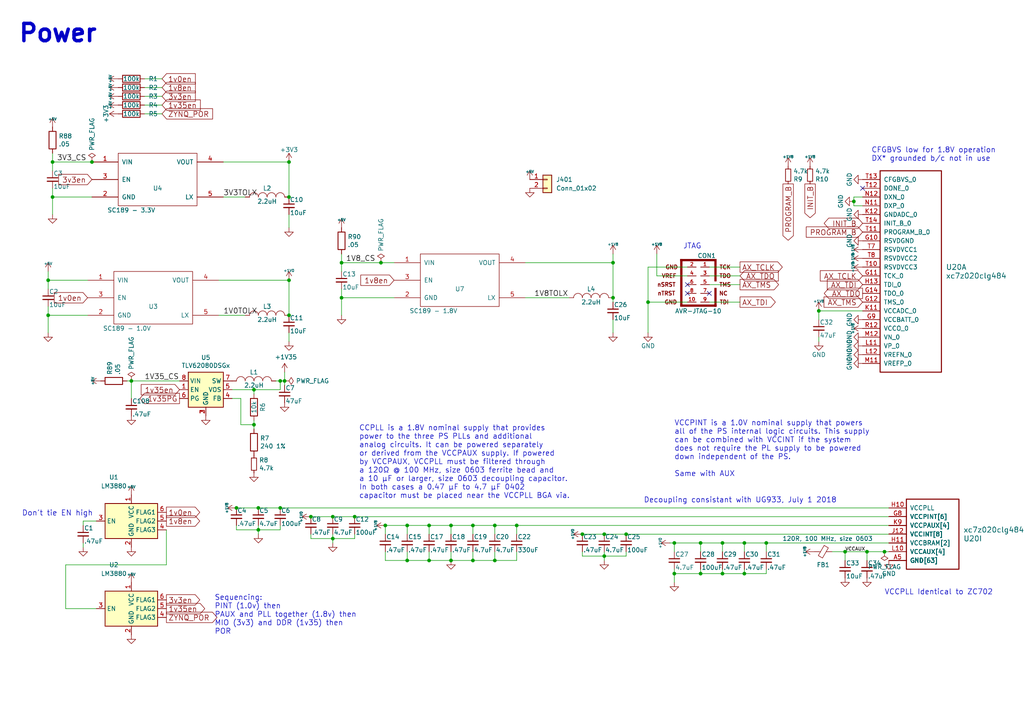
<source format=kicad_sch>
(kicad_sch (version 20231120) (generator "eeschema") (generator_version "8.0")
  (paper "A4")
  (junction (at 15.24 46.99))
  (junction (at 82.55 110.49))
  (junction (at 111.76 152.4))
  (junction (at 168.91 154.94))
  (junction (at 143.51 162.56))
  (junction (at 83.82 46.99))
  (junction (at 247.65 58.42))
  (junction (at 143.51 152.4))
  (junction (at 177.8 76.2))
  (junction (at 124.46 162.56))
  (junction (at 203.2 166.37))
  (junction (at 177.8 86.36))
  (junction (at 237.49 90.17))
  (junction (at 90.17 149.86))
  (junction (at 83.82 57.15))
  (junction (at 118.11 152.4))
  (junction (at 175.26 161.29))
  (junction (at 118.11 162.56))
  (junction (at 81.28 110.49))
  (junction (at 215.9 157.48))
  (junction (at 209.55 166.37))
  (junction (at 187.96 87.63))
  (junction (at 99.06 76.2))
  (junction (at 209.55 157.48))
  (junction (at 195.58 157.48))
  (junction (at 130.81 152.4))
  (junction (at 15.24 57.15))
  (junction (at 73.66 123.19))
  (junction (at 13.97 81.28))
  (junction (at 203.2 157.48))
  (junction (at 96.52 156.21))
  (junction (at 13.97 91.44))
  (junction (at 137.16 162.56))
  (junction (at 96.52 149.86))
  (junction (at 74.93 147.32))
  (junction (at 222.25 157.48))
  (junction (at 256.54 160.02))
  (junction (at 81.28 147.32))
  (junction (at 74.93 153.67))
  (junction (at 83.82 91.44))
  (junction (at 130.81 162.56))
  (junction (at 68.58 147.32))
  (junction (at 73.66 113.03))
  (junction (at 124.46 152.4))
  (junction (at 181.61 154.94))
  (junction (at 102.87 149.86))
  (junction (at 99.06 86.36))
  (junction (at 149.86 152.4))
  (junction (at 26.67 46.99))
  (junction (at 195.58 166.37))
  (junction (at 245.11 160.02))
  (junction (at 38.1 110.49))
  (junction (at 83.82 81.28))
  (junction (at 215.9 166.37))
  (junction (at 110.49 76.2))
  (junction (at 251.46 160.02))
  (junction (at 137.16 152.4))
  (junction (at 175.26 154.94))
  (no_connect (at 250.19 54.61))
  (no_connect (at 199.39 82.55))
  (no_connect (at 205.74 85.09))
  (no_connect (at 199.39 85.09))
  (wire (pts (xy 19.05 163.83) (xy 19.05 176.53)))
  (wire (pts (xy 64.77 46.99) (xy 83.82 46.99)))
  (wire (pts (xy 15.24 54.61) (xy 15.24 57.15)))
  (wire (pts (xy 74.93 153.67) (xy 74.93 152.4)))
  (wire (pts (xy 41.91 30.48) (xy 46.99 30.48)))
  (wire (pts (xy 195.58 160.02) (xy 195.58 157.48)))
  (wire (pts (xy 38.1 110.49) (xy 52.07 110.49)))
  (wire (pts (xy 81.28 147.32) (xy 257.81 147.32)))
  (wire (pts (xy 175.26 161.29) (xy 175.26 160.02)))
  (wire (pts (xy 90.17 149.86) (xy 96.52 149.86)))
  (wire (pts (xy 215.9 166.37) (xy 222.25 166.37)))
  (wire (pts (xy 15.24 44.45) (xy 15.24 46.99)))
  (wire (pts (xy 13.97 81.28) (xy 13.97 83.82)))
  (wire (pts (xy 81.28 110.49) (xy 82.55 110.49)))
  (wire (pts (xy 214.63 77.47) (xy 205.74 77.47)))
  (wire (pts (xy 195.58 165.1) (xy 195.58 166.37)))
  (wire (pts (xy 247.65 57.15) (xy 247.65 58.42)))
  (wire (pts (xy 83.82 62.23) (xy 83.82 66.04)))
  (wire (pts (xy 237.49 90.17) (xy 237.49 92.71)))
  (wire (pts (xy 118.11 160.02) (xy 118.11 162.56)))
  (wire (pts (xy 73.66 114.3) (xy 73.66 113.03)))
  (wire (pts (xy 67.31 113.03) (xy 73.66 113.03)))
  (wire (pts (xy 187.96 77.47) (xy 187.96 87.63)))
  (wire (pts (xy 175.26 154.94) (xy 181.61 154.94)))
  (wire (pts (xy 63.5 91.44) (xy 71.12 91.44)))
  (wire (pts (xy 102.87 149.86) (xy 257.81 149.86)))
  (wire (pts (xy 83.82 96.52) (xy 83.82 99.06)))
  (wire (pts (xy 27.94 151.13) (xy 24.13 151.13)))
  (wire (pts (xy 73.66 123.19) (xy 73.66 121.92)))
  (wire (pts (xy 46.99 27.94) (xy 41.91 27.94)))
  (wire (pts (xy 222.25 166.37) (xy 222.25 165.1)))
  (wire (pts (xy 175.26 161.29) (xy 175.26 162.56)))
  (wire (pts (xy 130.81 162.56) (xy 137.16 162.56)))
  (wire (pts (xy 168.91 161.29) (xy 175.26 161.29)))
  (wire (pts (xy 203.2 166.37) (xy 209.55 166.37)))
  (wire (pts (xy 13.97 88.9) (xy 13.97 91.44)))
  (wire (pts (xy 69.85 115.57) (xy 69.85 123.19)))
  (wire (pts (xy 190.5 80.01) (xy 190.5 73.66)))
  (wire (pts (xy 199.39 87.63) (xy 187.96 87.63)))
  (wire (pts (xy 99.06 83.82) (xy 99.06 86.36)))
  (wire (pts (xy 203.2 166.37) (xy 203.2 165.1)))
  (wire (pts (xy 48.26 163.83) (xy 19.05 163.83)))
  (wire (pts (xy 222.25 157.48) (xy 222.25 160.02)))
  (wire (pts (xy 209.55 157.48) (xy 215.9 157.48)))
  (wire (pts (xy 68.58 153.67) (xy 74.93 153.67)))
  (wire (pts (xy 187.96 87.63) (xy 187.96 96.52)))
  (wire (pts (xy 73.66 113.03) (xy 81.28 113.03)))
  (wire (pts (xy 13.97 91.44) (xy 13.97 96.52)))
  (wire (pts (xy 111.76 160.02) (xy 111.76 162.56)))
  (wire (pts (xy 46.99 22.86) (xy 41.91 22.86)))
  (wire (pts (xy 181.61 161.29) (xy 181.61 160.02)))
  (wire (pts (xy 209.55 166.37) (xy 209.55 165.1)))
  (wire (pts (xy 24.13 157.48) (xy 24.13 158.75)))
  (wire (pts (xy 137.16 160.02) (xy 137.16 162.56)))
  (wire (pts (xy 38.1 115.57) (xy 38.1 110.49)))
  (wire (pts (xy 118.11 152.4) (xy 124.46 152.4)))
  (wire (pts (xy 214.63 80.01) (xy 205.74 80.01)))
  (wire (pts (xy 99.06 76.2) (xy 110.49 76.2)))
  (wire (pts (xy 195.58 166.37) (xy 203.2 166.37)))
  (wire (pts (xy 82.55 110.49) (xy 82.55 111.76)))
  (wire (pts (xy 15.24 57.15) (xy 26.67 57.15)))
  (wire (pts (xy 130.81 152.4) (xy 137.16 152.4)))
  (wire (pts (xy 99.06 86.36) (xy 99.06 91.44)))
  (wire (pts (xy 250.19 90.17) (xy 237.49 90.17)))
  (wire (pts (xy 222.25 157.48) (xy 257.81 157.48)))
  (wire (pts (xy 175.26 161.29) (xy 181.61 161.29)))
  (wire (pts (xy 67.31 115.57) (xy 69.85 115.57)))
  (wire (pts (xy 15.24 57.15) (xy 15.24 62.23)))
  (wire (pts (xy 41.91 25.4) (xy 46.99 25.4)))
  (wire (pts (xy 257.81 160.02) (xy 256.54 160.02)))
  (wire (pts (xy 149.86 152.4) (xy 149.86 154.94)))
  (wire (pts (xy 69.85 123.19) (xy 73.66 123.19)))
  (wire (pts (xy 168.91 160.02) (xy 168.91 161.29)))
  (wire (pts (xy 99.06 76.2) (xy 99.06 78.74)))
  (wire (pts (xy 250.19 57.15) (xy 247.65 57.15)))
  (wire (pts (xy 96.52 156.21) (xy 96.52 154.94)))
  (wire (pts (xy 83.82 46.99) (xy 83.82 57.15)))
  (wire (pts (xy 110.49 76.2) (xy 114.3 76.2)))
  (wire (pts (xy 194.31 157.48) (xy 195.58 157.48)))
  (wire (pts (xy 137.16 162.56) (xy 143.51 162.56)))
  (wire (pts (xy 124.46 162.56) (xy 130.81 162.56)))
  (wire (pts (xy 195.58 166.37) (xy 195.58 168.91)))
  (wire (pts (xy 241.3 160.02) (xy 245.11 160.02)))
  (wire (pts (xy 149.86 162.56) (xy 149.86 160.02)))
  (wire (pts (xy 96.52 156.21) (xy 102.87 156.21)))
  (wire (pts (xy 82.55 110.49) (xy 82.55 107.95)))
  (wire (pts (xy 152.4 86.36) (xy 165.1 86.36)))
  (wire (pts (xy 13.97 91.44) (xy 25.4 91.44)))
  (wire (pts (xy 137.16 152.4) (xy 143.51 152.4)))
  (wire (pts (xy 68.58 147.32) (xy 74.93 147.32)))
  (wire (pts (xy 245.11 160.02) (xy 245.11 162.56)))
  (wire (pts (xy 143.51 154.94) (xy 143.51 152.4)))
  (wire (pts (xy 99.06 86.36) (xy 114.3 86.36)))
  (wire (pts (xy 152.4 76.2) (xy 177.8 76.2)))
  (wire (pts (xy 247.65 59.69) (xy 250.19 59.69)))
  (wire (pts (xy 215.9 157.48) (xy 215.9 160.02)))
  (wire (pts (xy 177.8 76.2) (xy 177.8 86.36)))
  (wire (pts (xy 124.46 160.02) (xy 124.46 162.56)))
  (wire (pts (xy 19.05 176.53) (xy 27.94 176.53)))
  (wire (pts (xy 251.46 160.02) (xy 251.46 162.56)))
  (wire (pts (xy 81.28 153.67) (xy 81.28 152.4)))
  (wire (pts (xy 24.13 151.13) (xy 24.13 152.4)))
  (wire (pts (xy 80.01 110.49) (xy 81.28 110.49)))
  (wire (pts (xy 63.5 81.28) (xy 83.82 81.28)))
  (wire (pts (xy 177.8 73.66) (xy 177.8 76.2)))
  (wire (pts (xy 237.49 97.79) (xy 237.49 99.06)))
  (wire (pts (xy 195.58 157.48) (xy 203.2 157.48)))
  (wire (pts (xy 247.65 58.42) (xy 247.65 59.69)))
  (wire (pts (xy 102.87 156.21) (xy 102.87 154.94)))
  (wire (pts (xy 96.52 149.86) (xy 102.87 149.86)))
  (wire (pts (xy 215.9 166.37) (xy 215.9 165.1)))
  (wire (pts (xy 15.24 46.99) (xy 15.24 49.53)))
  (wire (pts (xy 214.63 82.55) (xy 205.74 82.55)))
  (wire (pts (xy 48.26 153.67) (xy 48.26 163.83)))
  (wire (pts (xy 199.39 77.47) (xy 187.96 77.47)))
  (wire (pts (xy 177.8 92.71) (xy 177.8 96.52)))
  (wire (pts (xy 199.39 80.01) (xy 190.5 80.01)))
  (wire (pts (xy 74.93 153.67) (xy 74.93 154.94)))
  (wire (pts (xy 130.81 160.02) (xy 130.81 162.56)))
  (wire (pts (xy 203.2 157.48) (xy 209.55 157.48)))
  (wire (pts (xy 90.17 154.94) (xy 90.17 156.21)))
  (wire (pts (xy 68.58 152.4) (xy 68.58 153.67)))
  (wire (pts (xy 99.06 73.66) (xy 99.06 76.2)))
  (wire (pts (xy 168.91 154.94) (xy 175.26 154.94)))
  (wire (pts (xy 111.76 154.94) (xy 111.76 152.4)))
  (wire (pts (xy 74.93 147.32) (xy 81.28 147.32)))
  (wire (pts (xy 245.11 160.02) (xy 251.46 160.02)))
  (wire (pts (xy 209.55 157.48) (xy 209.55 160.02)))
  (wire (pts (xy 74.93 153.67) (xy 81.28 153.67)))
  (wire (pts (xy 181.61 154.94) (xy 257.81 154.94)))
  (wire (pts (xy 15.24 46.99) (xy 26.67 46.99)))
  (wire (pts (xy 13.97 78.74) (xy 13.97 81.28)))
  (wire (pts (xy 143.51 162.56) (xy 149.86 162.56)))
  (wire (pts (xy 73.66 124.46) (xy 73.66 123.19)))
  (wire (pts (xy 13.97 81.28) (xy 25.4 81.28)))
  (wire (pts (xy 143.51 152.4) (xy 149.86 152.4)))
  (wire (pts (xy 36.83 110.49) (xy 38.1 110.49)))
  (wire (pts (xy 149.86 152.4) (xy 257.81 152.4)))
  (wire (pts (xy 111.76 162.56) (xy 118.11 162.56)))
  (wire (pts (xy 83.82 81.28) (xy 83.82 91.44)))
  (wire (pts (xy 46.99 33.02) (xy 41.91 33.02)))
  (wire (pts (xy 130.81 154.94) (xy 130.81 152.4)))
  (wire (pts (xy 90.17 156.21) (xy 96.52 156.21)))
  (wire (pts (xy 177.8 86.36) (xy 177.8 87.63)))
  (wire (pts (xy 118.11 152.4) (xy 118.11 154.94)))
  (wire (pts (xy 209.55 166.37) (xy 215.9 166.37)))
  (wire (pts (xy 111.76 152.4) (xy 118.11 152.4)))
  (wire (pts (xy 124.46 152.4) (xy 130.81 152.4)))
  (wire (pts (xy 71.12 57.15) (xy 64.77 57.15)))
  (wire (pts (xy 124.46 154.94) (xy 124.46 152.4)))
  (wire (pts (xy 215.9 157.48) (xy 222.25 157.48)))
  (wire (pts (xy 118.11 162.56) (xy 124.46 162.56)))
  (wire (pts (xy 203.2 157.48) (xy 203.2 160.02)))
  (wire (pts (xy 214.63 87.63) (xy 205.74 87.63)))
  (wire (pts (xy 137.16 154.94) (xy 137.16 152.4)))
  (wire (pts (xy 256.54 160.02) (xy 251.46 160.02)))
  (wire (pts (xy 81.28 113.03) (xy 81.28 110.49)))
  (wire (pts (xy 96.52 156.21) (xy 96.52 157.48)))
  (wire (pts (xy 143.51 160.02) (xy 143.51 162.56)))
  (text "Decoupling consistant with UG933, July 1 2018" (at 186.69 146.05 0) (effects (font (size 1.524 1.524)) (justify left bottom)))
  (text "Power" (at 5.08 12.7 0) (effects (font (size 5.0038 5.0038) (thickness 1.0008) (bold yes)) (justify left bottom)))
  (text "VCCPLL Identical to ZC702" (at 256.54 172.72 0) (effects (font (size 1.524 1.524)) (justify left bottom)))
  (text "CCPLL is a 1.8V nominal supply that provides \npower to the three PS PLLs and additional\nanalog circuits. It can be powered separately \nor derived from the VCCPAUX supply. If powered\nby VCCPAUX, VCCPLL must be filtered through \na 120Ω @ 100 MHz, size 0603 ferrite bead and\na 10 µF or larger, size 0603 decoupling capacitor. \nIn both cases a 0.47 µF to 4.7 µF 0402\ncapacitor must be placed near the VCCPLL BGA via. " (at 104.14 144.78 0) (effects (font (size 1.524 1.524)) (justify left bottom)))
  (text "VCCPINT is a 1.0V nominal supply that powers \nall of the PS internal logic circuits. This supply \ncan be combined with VCCINT if the system \ndoes not require the PL supply to be powered \ndown independent of the PS.\n\nSame with AUX" (at 195.58 138.43 0) (effects (font (size 1.524 1.524)) (justify left bottom)))
  (text "CFGBVS low for 1.8V operation\nDX* grounded b/c not in use" (at 252.73 46.99 0) (effects (font (size 1.524 1.524)) (justify left bottom)))
  (text "Sequencing: \nPINT (1.0v) then \nPAUX and PLL together (1.8v) then\nMIO (3v3) and DDR (1v35) then\nPOR" (at 62.23 184.15 0) (effects (font (size 1.524 1.524)) (justify left bottom)))
  (text "Don't tie EN high" (at 6.35 149.86 0) (effects (font (size 1.5494 1.5494)) (justify left bottom)))
  (text "JTAG" (at 198.12 72.39 0) (effects (font (size 1.524 1.524)) (justify left bottom)))
  (label "3V3TOLX" (at 64.77 57.15 0) (effects (font (size 1.524 1.524))))
  (label "1V35_CS" (at 41.91 110.49 0) (effects (font (size 1.524 1.524))))
  (label "1V0TOLX" (at 64.77 91.44 0) (effects (font (size 1.524 1.524))))
  (label "3V3_CS" (at 16.51 46.99 0) (effects (font (size 1.524 1.524))))
  (label "1V8_CS" (at 100.33 76.2 0) (effects (font (size 1.524 1.524))))
  (label "VCCAUX" (at 245.11 160.02 0) (effects (font (size 0.9906 0.9906))))
  (label "1V8TOLX" (at 154.94 86.36 0) (effects (font (size 1.524 1.524))))
  (global_label "AX_TDI" (shape input) (at 250.19 82.55 180) (effects (font (size 1.524 1.524))) (property "Intersheetrefs" "${INTERSHEET_REFS}" (effects (hide yes))))
  (global_label "PROGRAM_B" (shape output) (at 228.6 53.34 270) (effects (font (size 1.524 1.524))) (property "Intersheetrefs" "${INTERSHEET_REFS}" (effects (hide yes))))
  (global_label "AX_TCLK" (shape output) (at 214.63 77.47 0) (effects (font (size 1.524 1.524))) (property "Intersheetrefs" "${INTERSHEET_REFS}" (effects (hide yes))))
  (global_label "1v8en" (shape input) (at 46.99 25.4 0) (effects (font (size 1.524 1.524))) (property "Intersheetrefs" "${INTERSHEET_REFS}" (effects (hide yes))))
  (global_label "INIT_B" (shape bidirectional) (at 250.19 64.77 180) (effects (font (size 1.524 1.524))) (property "Intersheetrefs" "${INTERSHEET_REFS}" (effects (hide yes))))
  (global_label "3v3en" (shape output) (at 48.26 173.99 0) (effects (font (size 1.524 1.524))) (property "Intersheetrefs" "${INTERSHEET_REFS}" (effects (hide yes))))
  (global_label "AX_TDO" (shape output) (at 250.19 85.09 180) (effects (font (size 1.524 1.524))) (property "Intersheetrefs" "${INTERSHEET_REFS}" (effects (hide yes))))
  (global_label "1v0en" (shape input) (at 25.4 86.36 180) (effects (font (size 1.524 1.524))) (property "Intersheetrefs" "${INTERSHEET_REFS}" (effects (hide yes))))
  (global_label "1v0en" (shape input) (at 46.99 22.86 0) (effects (font (size 1.524 1.524))) (property "Intersheetrefs" "${INTERSHEET_REFS}" (effects (hide yes))))
  (global_label "INIT_B" (shape output) (at 234.95 53.34 270) (effects (font (size 1.524 1.524))) (property "Intersheetrefs" "${INTERSHEET_REFS}" (effects (hide yes))))
  (global_label "AX_TMS" (shape output) (at 214.63 82.55 0) (effects (font (size 1.524 1.524))) (property "Intersheetrefs" "${INTERSHEET_REFS}" (effects (hide yes))))
  (global_label "AX_TMS" (shape input) (at 250.19 87.63 180) (effects (font (size 1.524 1.524))) (property "Intersheetrefs" "${INTERSHEET_REFS}" (effects (hide yes))))
  (global_label "1v0en" (shape output) (at 48.26 148.59 0) (effects (font (size 1.524 1.524))) (property "Intersheetrefs" "${INTERSHEET_REFS}" (effects (hide yes))))
  (global_label "ZYNQ_POR" (shape input) (at 46.99 33.02 0) (effects (font (size 1.524 1.524))) (property "Intersheetrefs" "${INTERSHEET_REFS}" (effects (hide yes))))
  (global_label "AX_TDI" (shape output) (at 214.63 87.63 0) (effects (font (size 1.524 1.524))) (property "Intersheetrefs" "${INTERSHEET_REFS}" (effects (hide yes))))
  (global_label "1v35en" (shape input) (at 52.07 113.03 180) (effects (font (size 1.524 1.524))) (property "Intersheetrefs" "${INTERSHEET_REFS}" (effects (hide yes))))
  (global_label "1v35en" (shape output) (at 48.26 176.53 0) (effects (font (size 1.524 1.524))) (property "Intersheetrefs" "${INTERSHEET_REFS}" (effects (hide yes))))
  (global_label "1v8en" (shape input) (at 114.3 81.28 180) (effects (font (size 1.524 1.524))) (property "Intersheetrefs" "${INTERSHEET_REFS}" (effects (hide yes))))
  (global_label "AX_TDO" (shape input) (at 214.63 80.01 0) (effects (font (size 1.524 1.524))) (property "Intersheetrefs" "${INTERSHEET_REFS}" (effects (hide yes))))
  (global_label "3v3en" (shape input) (at 46.99 27.94 0) (effects (font (size 1.524 1.524))) (property "Intersheetrefs" "${INTERSHEET_REFS}" (effects (hide yes))))
  (global_label "1v35en" (shape input) (at 46.99 30.48 0) (effects (font (size 1.524 1.524))) (property "Intersheetrefs" "${INTERSHEET_REFS}" (effects (hide yes))))
  (global_label "ZYNQ_POR" (shape output) (at 48.26 179.07 0) (effects (font (size 1.524 1.524))) (property "Intersheetrefs" "${INTERSHEET_REFS}" (effects (hide yes))))
  (global_label "1v35PG" (shape output) (at 52.07 115.57 180) (effects (font (size 1.524 1.524))) (property "Intersheetrefs" "${INTERSHEET_REFS}" (effects (hide yes))))
  (global_label "3v3en" (shape input) (at 26.67 52.07 180) (effects (font (size 1.524 1.524))) (property "Intersheetrefs" "${INTERSHEET_REFS}" (effects (hide yes))))
  (global_label "1v8en" (shape output) (at 48.26 151.13 0) (effects (font (size 1.524 1.524))) (property "Intersheetrefs" "${INTERSHEET_REFS}" (effects (hide yes))))
  (global_label "AX_TCLK" (shape input) (at 250.19 80.01 180) (effects (font (size 1.524 1.524))) (property "Intersheetrefs" "${INTERSHEET_REFS}" (effects (hide yes))))
  (global_label "PROGRAM_B" (shape input) (at 250.19 67.31 180) (effects (font (size 1.524 1.524))) (property "Intersheetrefs" "${INTERSHEET_REFS}" (effects (hide yes))))
  (symbol (lib_id "DFTBoard-rescue:AVR-JTAG-10-") (at 200.66 82.55 0) (mirror y) (unit 1)
    (property "Reference" "CON1" (at 204.978 74.168 0))
    (property "Value" "AVR-JTAG-10" (at 209.296 90.932 0) (effects (justify left bottom)))
    (property "Footprint" "DFTcustom:XilinxJTAG" (effects (hide yes)))
    (property "MFR" "DNS" (effects (hide yes)))
  )
  (symbol (lib_id "DFTBoard-rescue:GND-power") (at 187.96 96.52 0) (unit 1)
    (property "Reference" "#PWR038" (effects (hide yes)))
    (property "Value" "GND" (at 187.96 100.33 0))
  )
  (symbol (lib_id "DFTBoard-rescue:+1V8-power") (at 190.5 73.66 0) (unit 1)
    (property "Reference" "#PWR039" (effects (hide yes)))
    (property "Value" "+1V8" (at 190.5 70.866 0) (effects (font (size 0.762 0.762))))
  )
  (symbol (lib_id "Device:C_Small") (at 237.49 95.25 0) (unit 1)
    (property "Reference" "C32" (at 237.744 93.472 0) (effects (justify left)))
    (property "Value" "47uF" (at 237.744 97.282 0) (effects (justify left)))
    (property "Footprint" "Capacitor_SMD:C_0805_2012Metric" (effects (hide yes)))
    (property "MFR" "Murata" (effects (hide yes)))
    (property "MPN" "GRM219R60J476ME44D" (effects (hide yes)))
    (property "SPR" "Digikey" (effects (hide yes)))
    (property "SPN" "490-13249-1-ND" (effects (hide yes)))
  )
  (symbol (lib_id "DFTBoard-rescue:GND-power") (at 237.49 99.06 0) (unit 1)
    (property "Reference" "#PWR048" (effects (hide yes)))
    (property "Value" "GND" (at 237.49 102.87 0))
  )
  (symbol (lib_id "DFTBoard-rescue:GND-power") (at 250.19 52.07 270) (unit 1)
    (property "Reference" "#PWR046" (effects (hide yes)))
    (property "Value" "GND" (at 246.38 52.07 0))
  )
  (symbol (lib_id "DFTBoard-rescue:+1V8-power") (at 237.49 90.17 0) (unit 1)
    (property "Reference" "#PWR047" (effects (hide yes)))
    (property "Value" "+1V8" (at 237.49 87.376 0) (effects (font (size 0.762 0.762))))
  )
  (symbol (lib_id "DFTBoard-rescue:+1V0-power") (at 194.31 157.48 90) (unit 1)
    (property "Reference" "#PWR042" (effects (hide yes)))
    (property "Value" "+1V0" (at 191.516 157.48 0) (effects (font (size 0.762 0.762))))
  )
  (symbol (lib_id "Device:C_Small") (at 203.2 162.56 0) (unit 1)
    (property "Reference" "C28" (at 203.454 160.782 0) (effects (justify left)))
    (property "Value" "100uF" (at 203.454 164.592 0) (effects (justify left)))
    (property "Footprint" "Capacitor_SMD:C_1210_3225Metric" (effects (hide yes)))
    (property "MFR" "TAIYO YUDEN" (effects (hide yes)))
    (property "MPN" "JMK325ABJ107MM-P" (effects (hide yes)))
    (property "SPR" "Digikey" (effects (hide yes)))
    (property "SPN" "587-4313-1-ND" (effects (hide yes)))
  )
  (symbol (lib_id "DFTBoard-rescue:GND-power") (at 195.58 168.91 0) (unit 1)
    (property "Reference" "#PWR043" (effects (hide yes)))
    (property "Value" "GND" (effects (hide yes)))
  )
  (symbol (lib_id "DFTBoard-rescue:GND-power") (at 257.81 162.56 0) (unit 1)
    (property "Reference" "#PWR057" (effects (hide yes)))
    (property "Value" "GND" (at 257.81 166.37 0))
  )
  (symbol (lib_id "DFTBoard-rescue:SC189-") (at 133.35 81.28 0) (unit 1)
    (property "Reference" "U7" (at 133.35 83.82 0))
    (property "Value" "SC189 - 1.8V" (at 125.73 90.17 0))
    (property "Footprint" "Package_TO_SOT_SMD:SOT-23-5" (effects (hide yes)))
    (property "Datasheet" "DOCUMENTATION" (effects (hide yes)))
    (property "MFR" "Semtech Corporation" (effects (hide yes)))
    (property "MPN" "SC189LSKTRT" (effects (hide yes)))
    (property "SPR" "Digikey" (effects (hide yes)))
    (property "SPN" "SC189LSKCT-ND" (effects (hide yes)))
  )
  (symbol (lib_id "DFTBoard-rescue:SC189-") (at 45.72 52.07 0) (unit 1)
    (property "Reference" "U4" (at 45.72 54.61 0))
    (property "Value" "SC189 - 3.3V" (at 38.1 60.96 0))
    (property "Footprint" "Package_TO_SOT_SMD:SOT-23-5" (effects (hide yes)))
    (property "Datasheet" "DOCUMENTATION" (effects (hide yes)))
    (property "MFR" "Semtech Corporation" (effects (hide yes)))
    (property "MPN" "SC189ZSKTRT" (effects (hide yes)))
    (property "SPR" "Digikey" (effects (hide yes)))
    (property "SPN" "SC189ZSKCT-ND" (effects (hide yes)))
  )
  (symbol (lib_id "DFTBoard-rescue:SC189-") (at 44.45 86.36 0) (unit 1)
    (property "Reference" "U3" (at 44.45 88.9 0))
    (property "Value" "SC189 - 1.0V" (at 36.83 95.25 0))
    (property "Footprint" "Package_TO_SOT_SMD:SOT-23-5" (effects (hide yes)))
    (property "Datasheet" "DOCUMENTATION" (effects (hide yes)))
    (property "MFR" "Semtech Corporation" (effects (hide yes)))
    (property "MPN" "SC189ASKTRT" (effects (hide yes)))
    (property "SPR" "Digikey" (effects (hide yes)))
    (property "SPN" "SC189ASKCT-ND" (effects (hide yes)))
  )
  (symbol (lib_id "DFTBoard-rescue:GND-power") (at 13.97 96.52 0) (unit 1)
    (property "Reference" "#PWR03" (effects (hide yes)))
    (property "Value" "GND" (effects (hide yes)))
  )
  (symbol (lib_id "Device:C_Small") (at 15.24 52.07 0) (unit 1)
    (property "Reference" "C3" (at 15.494 50.292 0) (effects (justify left)))
    (property "Value" "10uF" (at 15.494 54.102 0) (effects (justify left)))
    (property "Footprint" "Capacitor_SMD:C_0603_1608Metric" (effects (hide yes)))
    (property "MFR" "Murata" (effects (hide yes)))
    (property "MPN" "GRM188R61A106KE69J" (effects (hide yes)))
    (property "SPR" "Digikey" (effects (hide yes)))
    (property "SPN" "490-14372-1-ND" (effects (hide yes)))
  )
  (symbol (lib_id "Device:C_Small") (at 99.06 81.28 0) (unit 1)
    (property "Reference" "C13" (at 99.314 79.502 0) (effects (justify left)))
    (property "Value" "10uF" (at 99.314 83.312 0) (effects (justify left)))
    (property "Footprint" "Capacitor_SMD:C_0603_1608Metric" (effects (hide yes)))
    (property "MFR" "Murata" (effects (hide yes)))
    (property "MPN" "GRM188R61A106KE69J" (effects (hide yes)))
    (property "SPR" "Digikey" (effects (hide yes)))
    (property "SPN" "490-14372-1-ND" (effects (hide yes)))
  )
  (symbol (lib_id "Device:C_Small") (at 13.97 86.36 0) (unit 1)
    (property "Reference" "C2" (at 14.224 84.582 0) (effects (justify left)))
    (property "Value" "10uF" (at 14.224 88.392 0) (effects (justify left)))
    (property "Footprint" "Capacitor_SMD:C_0603_1608Metric" (effects (hide yes)))
    (property "MFR" "Murata" (effects (hide yes)))
    (property "MPN" "GRM188R61A106KE69J" (effects (hide yes)))
    (property "SPR" "Digikey" (effects (hide yes)))
    (property "SPN" "490-14372-1-ND" (effects (hide yes)))
  )
  (symbol (lib_id "Device:C_Small") (at 83.82 59.69 0) (unit 1)
    (property "Reference" "C10" (at 84.074 57.912 0) (effects (justify left)))
    (property "Value" "10uF" (at 84.074 61.722 0) (effects (justify left)))
    (property "Footprint" "Capacitor_SMD:C_0603_1608Metric" (effects (hide yes)))
    (property "MFR" "Murata" (effects (hide yes)))
    (property "MPN" "GRM188R61A106KE69J" (effects (hide yes)))
    (property "SPR" "Digikey" (effects (hide yes)))
    (property "SPN" "490-14372-1-ND" (effects (hide yes)))
  )
  (symbol (lib_id "Device:C_Small") (at 83.82 93.98 0) (unit 1)
    (property "Reference" "C11" (at 84.074 92.202 0) (effects (justify left)))
    (property "Value" "10uF" (at 84.074 96.012 0) (effects (justify left)))
    (property "Footprint" "Capacitor_SMD:C_0603_1608Metric" (effects (hide yes)))
    (property "MFR" "Murata" (effects (hide yes)))
    (property "MPN" "GRM188R61A106KE69J" (effects (hide yes)))
    (property "SPR" "Digikey" (effects (hide yes)))
    (property "SPN" "490-14372-1-ND" (effects (hide yes)))
  )
  (symbol (lib_id "Device:C_Small") (at 177.8 90.17 0) (unit 1)
    (property "Reference" "C26" (at 178.054 88.392 0) (effects (justify left)))
    (property "Value" "10uF" (at 178.054 92.202 0) (effects (justify left)))
    (property "Footprint" "Capacitor_SMD:C_0603_1608Metric" (effects (hide yes)))
    (property "MFR" "Murata" (effects (hide yes)))
    (property "MPN" "GRM188R61A106KE69J" (effects (hide yes)))
    (property "SPR" "Digikey" (effects (hide yes)))
    (property "SPN" "490-14372-1-ND" (effects (hide yes)))
  )
  (symbol (lib_id "DFTBoard-rescue:GND-power") (at 83.82 66.04 0) (unit 1)
    (property "Reference" "#PWR025" (effects (hide yes)))
    (property "Value" "GND" (effects (hide yes)))
  )
  (symbol (lib_id "DFTBoard-rescue:GND-power") (at 83.82 99.06 0) (unit 1)
    (property "Reference" "#PWR027" (effects (hide yes)))
    (property "Value" "GND" (effects (hide yes)))
  )
  (symbol (lib_id "DFTBoard-rescue:GND-power") (at 177.8 96.52 0) (unit 1)
    (property "Reference" "#PWR041" (effects (hide yes)))
    (property "Value" "GND" (effects (hide yes)))
  )
  (symbol (lib_id "DFTBoard-rescue:+1V0-power") (at 83.82 81.28 0) (unit 1)
    (property "Reference" "#PWR026" (effects (hide yes)))
    (property "Value" "+1V0" (at 83.82 78.486 0) (effects (font (size 0.762 0.762))))
  )
  (symbol (lib_id "DFTBoard-rescue:+1V8-power") (at 177.8 73.66 0) (unit 1)
    (property "Reference" "#PWR040" (effects (hide yes)))
    (property "Value" "+1V8" (at 177.8 70.866 0) (effects (font (size 0.762 0.762))))
  )
  (symbol (lib_id "DFTBoard-rescue:INDUCTOR_SMALL_P-") (at 77.47 57.15 0) (unit 1)
    (property "Reference" "L2" (at 77.47 54.61 0))
    (property "Value" "2.2uH" (at 77.47 58.42 0))
    (property "Footprint" "Capacitor_SMD:C_1812_4532Metric" (effects (hide yes)))
    (property "MFR" "Murata" (effects (hide yes)))
    (property "MPN" "LQH43PN2R2M26L" (effects (hide yes)))
    (property "SPR" "Digikey" (effects (hide yes)))
    (property "SPN" "490-12049-1-ND" (effects (hide yes)))
  )
  (symbol (lib_id "DFTBoard-rescue:INDUCTOR_SMALL_P-") (at 77.47 91.44 0) (unit 1)
    (property "Reference" "L3" (at 77.47 88.9 0))
    (property "Value" "2.2uH" (at 77.47 92.71 0))
    (property "Footprint" "Capacitor_SMD:C_1812_4532Metric" (effects (hide yes)))
    (property "MFR" "Murata" (effects (hide yes)))
    (property "MPN" "LQH43PN2R2M26L" (effects (hide yes)))
    (property "SPR" "Digikey" (effects (hide yes)))
    (property "SPN" "490-12049-1-ND" (effects (hide yes)))
  )
  (symbol (lib_id "DFTBoard-rescue:INDUCTOR_SMALL_P-") (at 171.45 86.36 0) (unit 1)
    (property "Reference" "L4" (at 171.45 83.82 0))
    (property "Value" "2.2uH" (at 171.45 87.63 0))
    (property "Footprint" "Capacitor_SMD:C_1812_4532Metric" (effects (hide yes)))
    (property "MFR" "Murata" (effects (hide yes)))
    (property "MPN" "LQH43PN2R2M26L" (effects (hide yes)))
    (property "SPR" "Digikey" (effects (hide yes)))
    (property "SPN" "490-12049-1-ND" (effects (hide yes)))
  )
  (symbol (lib_id "DFTBoard-rescue:+3V3-power") (at 83.82 46.99 0) (unit 1)
    (property "Reference" "#PWR024" (effects (hide yes)))
    (property "Value" "+3V3" (at 83.82 43.434 0))
  )
  (symbol (lib_id "DFTBoard-rescue:GND-power") (at 15.24 62.23 0) (unit 1)
    (property "Reference" "#PWR05" (effects (hide yes)))
    (property "Value" "GND" (effects (hide yes)))
  )
  (symbol (lib_id "DFTBoard-rescue:GND-power") (at 99.06 91.44 0) (unit 1)
    (property "Reference" "#PWR029" (effects (hide yes)))
    (property "Value" "GND" (effects (hide yes)))
  )
  (symbol (lib_id "Device:C_Small") (at 251.46 165.1 0) (unit 1)
    (property "Reference" "C34" (at 251.714 163.322 0) (effects (justify left)))
    (property "Value" ".47uF" (at 251.714 167.132 0) (effects (justify left)))
    (property "Footprint" "Capacitor_SMD:C_0402_1005Metric" (effects (hide yes)))
    (property "MFR" "Yageo" (effects (hide yes)))
    (property "MPN" "CC0402KRX5R5BB474" (effects (hide yes)))
    (property "SPR" "Digikey" (effects (hide yes)))
    (property "SPN" "311-1684-1-ND" (effects (hide yes)))
  )
  (symbol (lib_id "DFTBoard-rescue:GND-power") (at 251.46 167.64 0) (unit 1)
    (property "Reference" "#PWR056" (effects (hide yes)))
    (property "Value" "GND" (effects (hide yes)))
  )
  (symbol (lib_id "DFTBoard-rescue:Ferrite_Bead_Small-Device") (at 238.76 160.02 270) (unit 1)
    (property "Reference" "FB1" (at 238.76 163.83 90))
    (property "Value" "120R, 100 MHz, size 0603" (at 240.03 156.21 90))
    (property "Footprint" "Capacitor_SMD:C_0603_1608Metric" (effects (hide yes)))
    (property "MFR" "Murata Electronics" (effects (hide yes)))
    (property "MPN" "BLM18AG121SN1D" (effects (hide yes)))
    (property "SPR" "Digikey" (effects (hide yes)))
    (property "SPN" "490-1011-1-ND" (effects (hide yes)))
    (property "SPURL" "-" (effects (hide yes)))
  )
  (symbol (lib_id "DFTBoard-rescue:+1V8-power") (at 236.22 160.02 90) (unit 1)
    (property "Reference" "#PWR049" (effects (hide yes)))
    (property "Value" "+1V8" (at 233.426 160.02 0) (effects (font (size 0.762 0.762))))
  )
  (symbol (lib_id "Device:C_Small") (at 245.11 165.1 0) (unit 1)
    (property "Reference" "C33" (at 245.364 163.322 0) (effects (justify left)))
    (property "Value" "10uF" (at 245.364 167.132 0) (effects (justify left)))
    (property "Footprint" "Capacitor_SMD:C_0603_1608Metric" (effects (hide yes)))
    (property "MFR" "Murata" (effects (hide yes)))
    (property "MPN" "GRM188R61A106KE69J" (effects (hide yes)))
    (property "SPR" "Digikey" (effects (hide yes)))
    (property "SPN" "490-14372-1-ND" (effects (hide yes)))
  )
  (symbol (lib_id "DFTBoard-rescue:GND-power") (at 245.11 167.64 0) (unit 1)
    (property "Reference" "#PWR051" (effects (hide yes)))
    (property "Value" "GND" (effects (hide yes)))
  )
  (symbol (lib_id "Device:C_Small") (at 149.86 157.48 0) (unit 1)
    (property "Reference" "C22" (at 150.114 155.702 0) (effects (justify left)))
    (property "Value" "330uF" (at 150.114 159.512 0) (effects (justify left)))
    (property "Footprint" "Capacitor_SMD:C_1206_3216Metric" (effects (hide yes)))
    (property "MFR" "AVX Corporation" (effects (hide yes)))
    (property "MPN" "F950G337MAAAQ2" (effects (hide yes)))
    (property "SPR" "Digikey" (effects (hide yes)))
    (property "SPN" "478-8378-1-ND" (effects (hide yes)))
    (property "SPURL" "-" (effects (hide yes)))
  )
  (symbol (lib_id "Device:C_Small") (at 143.51 157.48 0) (unit 1)
    (property "Reference" "C20" (at 143.764 155.702 0) (effects (justify left)))
    (property "Value" "4.7uF" (at 143.764 159.512 0) (effects (justify left)))
    (property "Footprint" "Capacitor_SMD:C_0402_1005Metric" (effects (hide yes)))
    (property "MFR" "Murata" (effects (hide yes)))
    (property "MPN" "GRM155R60G475ME47D" (effects (hide yes)))
    (property "SPR" "Digikey" (effects (hide yes)))
    (property "SPN" "490-11980-1-ND" (effects (hide yes)))
  )
  (symbol (lib_id "Device:C_Small") (at 137.16 157.48 0) (unit 1)
    (property "Reference" "C19" (at 137.414 155.702 0) (effects (justify left)))
    (property "Value" "4.7uF" (at 137.414 159.512 0) (effects (justify left)))
    (property "Footprint" "Capacitor_SMD:C_0402_1005Metric" (effects (hide yes)))
    (property "MFR" "Murata" (effects (hide yes)))
    (property "MPN" "GRM155R60G475ME47D" (effects (hide yes)))
    (property "SPR" "Digikey" (effects (hide yes)))
    (property "SPN" "490-11980-1-ND" (effects (hide yes)))
  )
  (symbol (lib_id "Device:C_Small") (at 130.81 157.48 0) (unit 1)
    (property "Reference" "C18" (at 131.064 155.702 0) (effects (justify left)))
    (property "Value" ".47uF" (at 131.064 159.512 0) (effects (justify left)))
    (property "Footprint" "Capacitor_SMD:C_0402_1005Metric" (effects (hide yes)))
    (property "MFR" "Yageo" (effects (hide yes)))
    (property "MPN" "CC0402KRX5R5BB474" (effects (hide yes)))
    (property "SPR" "Digikey" (effects (hide yes)))
    (property "SPN" "311-1684-1-ND" (effects (hide yes)))
  )
  (symbol (lib_id "Device:C_Small") (at 124.46 157.48 0) (unit 1)
    (property "Reference" "C17" (at 124.714 155.702 0) (effects (justify left)))
    (property "Value" ".47uF" (at 124.714 159.512 0) (effects (justify left)))
    (property "Footprint" "Capacitor_SMD:C_0402_1005Metric" (effects (hide yes)))
    (property "MFR" "Yageo" (effects (hide yes)))
    (property "MPN" "CC0402KRX5R5BB474" (effects (hide yes)))
    (property "SPR" "Digikey" (effects (hide yes)))
    (property "SPN" "311-1684-1-ND" (effects (hide yes)))
  )
  (symbol (lib_id "Device:C_Small") (at 118.11 157.48 0) (unit 1)
    (property "Reference" "C15" (at 118.364 155.702 0) (effects (justify left)))
    (property "Value" ".47uF" (at 118.364 159.512 0) (effects (justify left)))
    (property "Footprint" "Capacitor_SMD:C_0402_1005Metric" (effects (hide yes)))
    (property "MFR" "Yageo" (effects (hide yes)))
    (property "MPN" "CC0402KRX5R5BB474" (effects (hide yes)))
    (property "SPR" "Digikey" (effects (hide yes)))
    (property "SPN" "311-1684-1-ND" (effects (hide yes)))
  )
  (symbol (lib_id "Device:C_Small") (at 111.76 157.48 0) (unit 1)
    (property "Reference" "C14" (at 112.014 155.702 0) (effects (justify left)))
    (property "Value" ".47uF" (at 112.014 159.512 0) (effects (justify left)))
    (property "Footprint" "Capacitor_SMD:C_0402_1005Metric" (effects (hide yes)))
    (property "MFR" "Yageo" (effects (hide yes)))
    (property "MPN" "CC0402KRX5R5BB474" (effects (hide yes)))
    (property "SPR" "Digikey" (effects (hide yes)))
    (property "SPN" "311-1684-1-ND" (effects (hide yes)))
  )
  (symbol (lib_id "Device:C_Small") (at 209.55 162.56 0) (unit 1)
    (property "Reference" "C29" (at 209.804 160.782 0) (effects (justify left)))
    (property "Value" ".47uF" (at 209.804 164.592 0) (effects (justify left)))
    (property "Footprint" "Capacitor_SMD:C_0402_1005Metric" (effects (hide yes)))
    (property "MFR" "Yageo" (effects (hide yes)))
    (property "MPN" "CC0402KRX5R5BB474" (effects (hide yes)))
    (property "SPR" "Digikey" (effects (hide yes)))
    (property "SPN" "311-1684-1-ND" (effects (hide yes)))
  )
  (symbol (lib_id "Device:C_Small") (at 215.9 162.56 0) (unit 1)
    (property "Reference" "C30" (at 216.154 160.782 0) (effects (justify left)))
    (property "Value" ".47uF" (at 216.154 164.592 0) (effects (justify left)))
    (property "Footprint" "Capacitor_SMD:C_0402_1005Metric" (effects (hide yes)))
    (property "MFR" "Yageo" (effects (hide yes)))
    (property "MPN" "CC0402KRX5R5BB474" (effects (hide yes)))
    (property "SPR" "Digikey" (effects (hide yes)))
    (property "SPN" "311-1684-1-ND" (effects (hide yes)))
  )
  (symbol (lib_id "Device:C_Small") (at 222.25 162.56 0) (unit 1)
    (property "Reference" "C31" (at 222.504 160.782 0) (effects (justify left)))
    (property "Value" ".47uF" (at 222.504 164.592 0) (effects (justify left)))
    (property "Footprint" "Capacitor_SMD:C_0402_1005Metric" (effects (hide yes)))
    (property "MFR" "Yageo" (effects (hide yes)))
    (property "MPN" "CC0402KRX5R5BB474" (effects (hide yes)))
    (property "SPR" "Digikey" (effects (hide yes)))
    (property "SPN" "311-1684-1-ND" (effects (hide yes)))
  )
  (symbol (lib_name "LM3880_1") (lib_id "Power_Supervisor:LM3880") (at 38.1 151.13 0) (unit 1)
    (property "Reference" "U1" (at 33.02 138.43 0))
    (property "Value" "LM3880" (at 33.02 140.97 0))
    (property "Footprint" "Package_TO_SOT_SMD:SOT-23-6" (effects (hide yes)))
    (property "Datasheet" "http://www.ti.com/lit/ds/symlink/lm3880.pdf" (effects (hide yes)))
    (property "MFR" "Texas Instruments" (effects (hide yes)))
    (property "MPN" "LM3880MF-1AE/NOPB" (effects (hide yes)))
    (property "SPR" "Digikey" (effects (hide yes)))
    (property "SPN" "LM3880MF-1AE/NOPBDKR-ND" (effects (hide yes)))
    (property "SPURL" "-" (effects (hide yes)))
  )
  (symbol (lib_id "Power_Supervisor:LM3880") (at 38.1 176.53 0) (unit 1)
    (property "Reference" "U2" (at 33.02 163.83 0))
    (property "Value" "LM3880" (at 33.02 166.37 0))
    (property "Footprint" "Package_TO_SOT_SMD:SOT-23-6" (effects (hide yes)))
    (property "Datasheet" "http://www.ti.com/lit/ds/symlink/lm3880.pdf" (effects (hide yes)))
    (property "MFR" "Texas Instruments" (effects (hide yes)))
    (property "MPN" "LM3880MF-1AE/NOPB" (effects (hide yes)))
    (property "SPR" "Digikey" (effects (hide yes)))
    (property "SPN" "LM3880MF-1AE/NOPBDKR-ND" (effects (hide yes)))
    (property "SPURL" "-" (effects (hide yes)))
  )
  (symbol (lib_id "DFTBoard-rescue:+5V-power") (at 38.1 168.91 0) (unit 1)
    (property "Reference" "#PWR08" (effects (hide yes)))
    (property "Value" "+5V" (at 38.1 166.624 0) (effects (font (size 0.762 0.762))))
  )
  (symbol (lib_id "DFTBoard-rescue:GND-power") (at 38.1 158.75 0) (unit 1)
    (property "Reference" "#PWR07" (effects (hide yes)))
    (property "Value" "GND" (effects (hide yes)))
  )
  (symbol (lib_id "DFTBoard-rescue:GND-power") (at 38.1 184.15 0) (unit 1)
    (property "Reference" "#PWR09" (effects (hide yes)))
    (property "Value" "GND" (effects (hide yes)))
  )
  (symbol (lib_id "Device:R_Small") (at 228.6 50.8 0) (mirror x) (unit 1)
    (property "Reference" "R9" (at 230.0986 51.9684 0) (effects (justify left)))
    (property "Value" "4.7k" (at 230.0986 49.657 0) (effects (justify left)))
    (property "Footprint" "Resistor_SMD:R_0402_1005Metric" (effects (hide yes)))
    (property "MFR" "Yageo" (effects (hide yes)))
    (property "MPN" "RC0402JR-074K7L" (effects (hide yes)))
    (property "SPR" "Digikey" (effects (hide yes)))
    (property "SPN" "311-4.7KJRCT-ND" (effects (hide yes)))
    (property "SPURL" "-" (effects (hide yes)))
  )
  (symbol (lib_id "DFTBoard-rescue:+5V-power") (at 99.06 66.04 0) (unit 1)
    (property "Reference" "#PWR028" (effects (hide yes)))
    (property "Value" "+5V" (at 99.06 63.754 0) (effects (font (size 0.762 0.762))))
  )
  (symbol (lib_id "DFTBoard-rescue:+1V8-power") (at 228.6 48.26 0) (mirror y) (unit 1)
    (property "Reference" "#PWR044" (effects (hide yes)))
    (property "Value" "+1V8" (at 228.6 45.466 0) (effects (font (size 0.762 0.762))))
  )
  (symbol (lib_id "DFTBoard-rescue:PWR_FLAG-power") (at 256.54 160.02 180) (unit 1)
    (property "Reference" "#FLG02" (effects (hide yes)))
    (property "Value" "PWR_FLAG" (at 256.54 164.4142 0))
  )
  (symbol (lib_id "Device:R") (at 38.1 22.86 90) (unit 1)
    (property "Reference" "R1" (at 44.45 22.86 90))
    (property "Value" "100k" (at 38.1 22.86 90))
    (property "Footprint" "Resistor_SMD:R_0402_1005Metric" (effects (hide yes)))
    (property "MFR" "Yageo" (effects (hide yes)))
    (property "MPN" "RC0402FR-07100KL" (effects (hide yes)))
    (property "SPR" "Digikey" (effects (hide yes)))
    (property "SPN" "311-100KLRTR-ND" (effects (hide yes)))
  )
  (symbol (lib_id "Device:R_Small") (at 234.95 50.8 0) (mirror x) (unit 1)
    (property "Reference" "R10" (at 236.4486 51.9684 0) (effects (justify left)))
    (property "Value" "4.7k" (at 236.4486 49.657 0) (effects (justify left)))
    (property "Footprint" "Resistor_SMD:R_0402_1005Metric" (effects (hide yes)))
    (property "MFR" "Yageo" (effects (hide yes)))
    (property "MPN" "RC0402JR-074K7L" (effects (hide yes)))
    (property "SPR" "Digikey" (effects (hide yes)))
    (property "SPN" "311-4.7KJRCT-ND" (effects (hide yes)))
    (property "SPURL" "-" (effects (hide yes)))
  )
  (symbol (lib_id "DFTBoard-rescue:+1V8-power") (at 234.95 48.26 0) (mirror y) (unit 1)
    (property "Reference" "#PWR045" (effects (hide yes)))
    (property "Value" "+1V8" (at 234.95 45.466 0) (effects (font (size 0.762 0.762))))
  )
  (symbol (lib_id "Device:R") (at 38.1 25.4 90) (unit 1)
    (property "Reference" "R2" (at 44.45 25.4 90))
    (property "Value" "100k" (at 38.1 25.4 90))
    (property "Footprint" "Resistor_SMD:R_0402_1005Metric" (effects (hide yes)))
    (property "MFR" "Yageo" (effects (hide yes)))
    (property "MPN" "RC0402FR-07100KL" (effects (hide yes)))
    (property "SPR" "Digikey" (effects (hide yes)))
    (property "SPN" "311-100KLRTR-ND" (effects (hide yes)))
  )
  (symbol (lib_id "Device:R") (at 38.1 27.94 90) (unit 1)
    (property "Reference" "R3" (at 44.45 27.94 90))
    (property "Value" "100k" (at 38.1 27.94 90))
    (property "Footprint" "Resistor_SMD:R_0402_1005Metric" (effects (hide yes)))
    (property "MFR" "Yageo" (effects (hide yes)))
    (property "MPN" "RC0402FR-07100KL" (effects (hide yes)))
    (property "SPR" "Digikey" (effects (hide yes)))
    (property "SPN" "311-100KLRTR-ND" (effects (hide yes)))
  )
  (symbol (lib_id "Device:R") (at 38.1 30.48 90) (unit 1)
    (property "Reference" "R4" (at 44.45 30.48 90))
    (property "Value" "100k" (at 38.1 30.48 90))
    (property "Footprint" "Resistor_SMD:R_0402_1005Metric" (effects (hide yes)))
    (property "MFR" "Yageo" (effects (hide yes)))
    (property "MPN" "RC0402FR-07100KL" (effects (hide yes)))
    (property "SPR" "Digikey" (effects (hide yes)))
    (property "SPN" "311-100KLRTR-ND" (effects (hide yes)))
  )
  (symbol (lib_id "Device:R") (at 38.1 33.02 90) (unit 1)
    (property "Reference" "R5" (at 44.45 33.02 90))
    (property "Value" "100k" (at 38.1 33.02 90))
    (property "Footprint" "Resistor_SMD:R_0402_1005Metric" (effects (hide yes)))
    (property "MFR" "Yageo" (effects (hide yes)))
    (property "MPN" "RC0402FR-07100KL" (effects (hide yes)))
    (property "SPR" "Digikey" (effects (hide yes)))
    (property "SPN" "311-100KLRTR-ND" (effects (hide yes)))
  )
  (symbol (lib_id "DFTBoard-rescue:+1V8-power") (at 250.19 74.93 90) (unit 1)
    (property "Reference" "#PWR055" (effects (hide yes)))
    (property "Value" "+1V8" (at 247.396 74.93 0) (effects (font (size 0.762 0.762))))
  )
  (symbol (lib_id "DFTBoard-rescue:+1V8-power") (at 250.19 72.39 90) (unit 1)
    (property "Reference" "#PWR054" (effects (hide yes)))
    (property "Value" "+1V8" (at 247.396 72.39 0) (effects (font (size 0.762 0.762))))
  )
  (symbol (lib_id "DFTBoard-rescue:+1V8-power") (at 250.19 95.25 90) (unit 1)
    (property "Reference" "#PWR053" (effects (hide yes)))
    (property "Value" "+1V8" (at 247.396 95.25 0) (effects (font (size 0.762 0.762))))
  )
  (symbol (lib_id "DFTBoard-rescue:GND-power") (at 250.19 69.85 270) (unit 1)
    (property "Reference" "#PWR052" (effects (hide yes)))
    (property "Value" "GND" (at 246.38 69.85 0))
  )
  (symbol (lib_id "DFTBoard-rescue:+3V3-power") (at 34.29 33.02 90) (unit 1)
    (property "Reference" "#PWR016" (effects (hide yes)))
    (property "Value" "+3V3" (at 30.734 33.02 0))
  )
  (symbol (lib_id "Device:C_Small") (at 181.61 157.48 0) (unit 1)
    (property "Reference" "C25" (at 181.864 155.702 0) (effects (justify left)))
    (property "Value" "100uF" (at 181.864 159.512 0) (effects (justify left)))
    (property "Footprint" "Capacitor_SMD:C_1210_3225Metric" (effects (hide yes)))
    (property "MFR" "TAIYO YUDEN" (effects (hide yes)))
    (property "MPN" "JMK325ABJ107MM-P" (effects (hide yes)))
    (property "SPR" "Digikey" (effects (hide yes)))
    (property "SPN" "587-4313-1-ND" (effects (hide yes)))
  )
  (symbol (lib_id "Device:C_Small") (at 168.91 157.48 0) (unit 1)
    (property "Reference" "C23" (at 169.164 155.702 0) (effects (justify left)))
    (property "Value" ".47uF" (at 169.164 159.512 0) (effects (justify left)))
    (property "Footprint" "Capacitor_SMD:C_0402_1005Metric" (effects (hide yes)))
    (property "MFR" "Yageo" (effects (hide yes)))
    (property "MPN" "CC0402KRX5R5BB474" (effects (hide yes)))
    (property "SPR" "Digikey" (effects (hide yes)))
    (property "SPN" "311-1684-1-ND" (effects (hide yes)))
  )
  (symbol (lib_id "Device:C_Small") (at 175.26 157.48 0) (unit 1)
    (property "Reference" "C24" (at 175.514 155.702 0) (effects (justify left)))
    (property "Value" "4.7uF" (at 175.514 159.512 0) (effects (justify left)))
    (property "Footprint" "Capacitor_SMD:C_0402_1005Metric" (effects (hide yes)))
    (property "MFR" "Murata" (effects (hide yes)))
    (property "MPN" "GRM155R60G475ME47D" (effects (hide yes)))
    (property "SPR" "Digikey" (effects (hide yes)))
    (property "SPN" "490-11980-1-ND" (effects (hide yes)))
  )
  (symbol (lib_id "Device:C_Small") (at 24.13 154.94 0) (unit 1)
    (property "Reference" "C1" (at 24.384 153.162 0) (effects (justify left)))
    (property "Value" ".47uF" (at 24.384 156.972 0) (effects (justify left)))
    (property "Footprint" "Capacitor_SMD:C_0402_1005Metric" (effects (hide yes)))
    (property "MFR" "Yageo" (effects (hide yes)))
    (property "MPN" "CC0402KRX5R5BB474" (effects (hide yes)))
    (property "SPR" "Digikey" (effects (hide yes)))
    (property "SPN" "311-1684-1-ND" (effects (hide yes)))
  )
  (symbol (lib_id "DFTBoard-rescue:GND-power") (at 24.13 158.75 0) (unit 1)
    (property "Reference" "#PWR01" (effects (hide yes)))
    (property "Value" "GND" (effects (hide yes)))
  )
  (symbol (lib_id "DFTBoard-rescue:GND-power") (at 175.26 162.56 0) (unit 1)
    (property "Reference" "#PWR037" (effects (hide yes)))
    (property "Value" "GND" (effects (hide yes)))
  )
  (symbol (lib_id "Device:C_Small") (at 195.58 162.56 0) (unit 1)
    (property "Reference" "C27" (at 195.834 160.782 0) (effects (justify left)))
    (property "Value" "4.7uF" (at 195.834 164.592 0) (effects (justify left)))
    (property "Footprint" "Capacitor_SMD:C_0402_1005Metric" (effects (hide yes)))
    (property "MFR" "Murata" (effects (hide yes)))
    (property "MPN" "GRM155R60G475ME47D" (effects (hide yes)))
    (property "SPR" "Digikey" (effects (hide yes)))
    (property "SPN" "490-11980-1-ND" (effects (hide yes)))
  )
  (symbol (lib_id "DFTBoard-rescue:GND-power") (at 130.81 162.56 0) (unit 1)
    (property "Reference" "#PWR0212" (effects (hide yes)))
    (property "Value" "GND" (effects (hide yes)))
  )
  (symbol (lib_id "Device:C_Small") (at 102.87 152.4 0) (unit 1)
    (property "Reference" "C12" (at 103.124 150.622 0) (effects (justify left)))
    (property "Value" "100uF" (at 103.124 154.432 0) (effects (justify left)))
    (property "Footprint" "Capacitor_SMD:C_1210_3225Metric" (effects (hide yes)))
    (property "MFR" "TAIYO YUDEN" (effects (hide yes)))
    (property "MPN" "JMK325ABJ107MM-P" (effects (hide yes)))
    (property "SPR" "Digikey" (effects (hide yes)))
    (property "SPN" "587-4313-1-ND" (effects (hide yes)))
  )
  (symbol (lib_id "Device:C_Small") (at 90.17 152.4 0) (unit 1)
    (property "Reference" "C8" (at 90.424 150.622 0) (effects (justify left)))
    (property "Value" ".47uF" (at 90.424 154.432 0) (effects (justify left)))
    (property "Footprint" "Capacitor_SMD:C_0402_1005Metric" (effects (hide yes)))
    (property "MFR" "Yageo" (effects (hide yes)))
    (property "MPN" "CC0402KRX5R5BB474" (effects (hide yes)))
    (property "SPR" "Digikey" (effects (hide yes)))
    (property "SPN" "311-1684-1-ND" (effects (hide yes)))
  )
  (symbol (lib_id "Device:C_Small") (at 96.52 152.4 0) (unit 1)
    (property "Reference" "C9" (at 96.774 150.622 0) (effects (justify left)))
    (property "Value" "4.7uF" (at 96.774 154.432 0) (effects (justify left)))
    (property "Footprint" "Capacitor_SMD:C_0402_1005Metric" (effects (hide yes)))
    (property "MFR" "Murata" (effects (hide yes)))
    (property "MPN" "GRM155R60G475ME47D" (effects (hide yes)))
    (property "SPR" "Digikey" (effects (hide yes)))
    (property "SPN" "490-11980-1-ND" (effects (hide yes)))
  )
  (symbol (lib_id "DFTBoard-rescue:GND-power") (at 96.52 157.48 0) (unit 1)
    (property "Reference" "#PWR023" (effects (hide yes)))
    (property "Value" "GND" (effects (hide yes)))
  )
  (symbol (lib_id "Device:C_Small") (at 81.28 149.86 0) (unit 1)
    (property "Reference" "C6" (at 81.534 148.082 0) (effects (justify left)))
    (property "Value" "100uF" (at 81.534 151.892 0) (effects (justify left)))
    (property "Footprint" "Capacitor_SMD:C_1210_3225Metric" (effects (hide yes)))
    (property "MFR" "TAIYO YUDEN" (effects (hide yes)))
    (property "MPN" "JMK325ABJ107MM-P" (effects (hide yes)))
    (property "SPR" "Digikey" (effects (hide yes)))
    (property "SPN" "587-4313-1-ND" (effects (hide yes)))
  )
  (symbol (lib_id "Device:C_Small") (at 68.58 149.86 0) (unit 1)
    (property "Reference" "C4" (at 68.834 148.082 0) (effects (justify left)))
    (property "Value" ".47uF" (at 68.834 151.892 0) (effects (justify left)))
    (property "Footprint" "Capacitor_SMD:C_0402_1005Metric" (effects (hide yes)))
    (property "MFR" "Yageo" (effects (hide yes)))
    (property "MPN" "CC0402KRX5R5BB474" (effects (hide yes)))
    (property "SPR" "Digikey" (effects (hide yes)))
    (property "SPN" "311-1684-1-ND" (effects (hide yes)))
  )
  (symbol (lib_id "Device:C_Small") (at 74.93 149.86 0) (unit 1)
    (property "Reference" "C5" (at 75.184 148.082 0) (effects (justify left)))
    (property "Value" "4.7uF" (at 75.184 151.892 0) (effects (justify left)))
    (property "Footprint" "Capacitor_SMD:C_0402_1005Metric" (effects (hide yes)))
    (property "MFR" "Murata" (effects (hide yes)))
    (property "MPN" "GRM155R60G475ME47D" (effects (hide yes)))
    (property "SPR" "Digikey" (effects (hide yes)))
    (property "SPN" "490-11980-1-ND" (effects (hide yes)))
  )
  (symbol (lib_id "DFTBoard-rescue:GND-power") (at 74.93 154.94 0) (unit 1)
    (property "Reference" "#PWR019" (effects (hide yes)))
    (property "Value" "GND" (effects (hide yes)))
  )
  (symbol (lib_id "DFTBoard-rescue:GND-power") (at 247.65 58.42 270) (unit 1)
    (property "Reference" "#PWR0213" (effects (hide yes)))
    (property "Value" "GND" (at 243.84 58.42 0))
  )
  (symbol (lib_id "DFTBoard-rescue:GND-power") (at 250.19 62.23 270) (unit 1)
    (property "Reference" "#PWR0214" (effects (hide yes)))
    (property "Value" "GND" (at 246.38 62.23 0))
  )
  (symbol (lib_id "DFTBoard-rescue:+1V0-power") (at 90.17 149.86 90) (unit 1)
    (property "Reference" "#PWR022" (effects (hide yes)))
    (property "Value" "+1V0" (at 87.376 149.86 0) (effects (font (size 0.762 0.762))))
  )
  (symbol (lib_id "DFTBoard-rescue:+1V8-power") (at 68.58 147.32 90) (unit 1)
    (property "Reference" "#PWR017" (effects (hide yes)))
    (property "Value" "+1V8" (at 65.786 147.32 0) (effects (font (size 0.762 0.762))))
  )
  (symbol (lib_id "Regulator_Switching:TLV62080DSGx") (at 59.69 113.03 0) (unit 1)
    (property "Reference" "U5" (at 59.69 103.7082 0))
    (property "Value" "TLV62080DSGx" (at 59.69 106.0196 0))
    (property "Footprint" "Package_SON:WSON-8-1EP_2x2mm_P0.5mm_EP0.9x1.6mm" (effects (hide yes)))
    (property "Datasheet" "http://www.ti.com/lit/ds/symlink/tlv62080.pdf" (effects (hide yes)))
    (property "MFR" "Texas Instruments" (effects (hide yes)))
    (property "MPN" "TLV62080DSGR" (effects (hide yes)))
    (property "SPR" "Digikey" (effects (hide yes)))
    (property "SPN" "296-39270-6-ND" (effects (hide yes)))
    (property "SPURL" "-" (effects (hide yes)))
  )
  (symbol (lib_id "DFTBoard-rescue:GND-power") (at 59.69 120.65 0) (unit 1)
    (property "Reference" "#PWR011" (effects (hide yes)))
    (property "Value" "GND" (effects (hide yes)))
  )
  (symbol (lib_id "DFTBoard-rescue:INDUCTOR_SMALL_P-") (at 73.66 110.49 0) (unit 1)
    (property "Reference" "L1" (at 73.66 107.95 0))
    (property "Value" "2.2uH" (at 73.66 111.76 0))
    (property "Footprint" "Capacitor_SMD:C_1812_4532Metric" (effects (hide yes)))
    (property "MFR" "Murata" (effects (hide yes)))
    (property "MPN" "LQH43PN2R2M26L" (effects (hide yes)))
    (property "SPR" "Digikey" (effects (hide yes)))
    (property "SPN" "490-12049-1-ND" (effects (hide yes)))
  )
  (symbol (lib_id "DFTBoard-rescue:GND-power") (at 250.19 105.41 270) (unit 1)
    (property "Reference" "#PWR0215" (effects (hide yes)))
    (property "Value" "GND" (at 246.38 105.41 0))
  )
  (symbol (lib_id "DFTBoard-rescue:GND-power") (at 250.19 102.87 270) (unit 1)
    (property "Reference" "#PWR0216" (effects (hide yes)))
    (property "Value" "GND" (at 246.38 102.87 0))
  )
  (symbol (lib_id "DFTBoard-rescue:GND-power") (at 250.19 100.33 270) (unit 1)
    (property "Reference" "#PWR0217" (effects (hide yes)))
    (property "Value" "GND" (at 246.38 100.33 0))
  )
  (symbol (lib_id "DFTBoard-rescue:GND-power") (at 250.19 97.79 270) (unit 1)
    (property "Reference" "#PWR0218" (effects (hide yes)))
    (property "Value" "GND" (at 246.38 97.79 0))
  )
  (symbol (lib_id "DFTBoard-rescue:+1V8-power") (at 250.19 77.47 90) (unit 1)
    (property "Reference" "#PWR0219" (effects (hide yes)))
    (property "Value" "+1V8" (at 247.396 77.47 0) (effects (font (size 0.762 0.762))))
  )
  (symbol (lib_id "DFTBoard-rescue:GND-power") (at 250.19 92.71 270) (unit 1)
    (property "Reference" "#PWR0220" (effects (hide yes)))
    (property "Value" "GND" (at 246.38 92.71 0))
  )
  (symbol (lib_id "DFTBoard-rescue:+1V35-power") (at 82.55 107.95 0) (unit 1)
    (property "Reference" "#PWR020" (effects (hide yes)))
    (property "Value" "+1V35" (at 82.931 103.5558 0))
  )
  (symbol (lib_id "Device:R") (at 73.66 128.27 0) (unit 1)
    (property "Reference" "R7" (at 75.438 127.1016 0) (effects (justify left)))
    (property "Value" "240 1%" (at 75.438 129.413 0) (effects (justify left)))
    (property "Footprint" "Resistor_SMD:R_0402_1005Metric" (effects (hide yes)))
    (property "MFR" "Yageo" (effects (hide yes)))
    (property "MPN" "RC0402FR-07240RL" (effects (hide yes)))
    (property "SPR" "Digikey" (effects (hide yes)))
    (property "SPN" "311-240LRTR-ND" (effects (hide yes)))
    (property "SPURL" "-" (effects (hide yes)))
  )
  (symbol (lib_id "Device:R_Small") (at 73.66 134.62 0) (unit 1)
    (property "Reference" "R8" (at 75.1586 133.4516 0) (effects (justify left)))
    (property "Value" "4.7k" (at 75.1586 135.763 0) (effects (justify left)))
    (property "Footprint" "Resistor_SMD:R_0402_1005Metric" (effects (hide yes)))
    (property "MFR" "Yageo" (effects (hide yes)))
    (property "MPN" "RC0402JR-074K7L" (effects (hide yes)))
    (property "SPR" "Digikey" (effects (hide yes)))
    (property "SPN" "311-4.7KJRCT-ND" (effects (hide yes)))
    (property "SPURL" "-" (effects (hide yes)))
  )
  (symbol (lib_id "Device:R") (at 73.66 118.11 180) (unit 1)
    (property "Reference" "R6" (at 76.2 118.11 90))
    (property "Value" "10k" (at 73.66 118.11 90))
    (property "Footprint" "Resistor_SMD:R_0402_1005Metric" (effects (hide yes)))
    (property "MFR" "Yageo" (effects (hide yes)))
    (property "MPN" "RC0402FR-0710KL" (effects (hide yes)))
    (property "SPR" "Digikey" (effects (hide yes)))
    (property "SPN" "311-10.0KLRTR-ND" (effects (hide yes)))
  )
  (symbol (lib_id "DFTBoard-rescue:GND-power") (at 73.66 137.16 0) (unit 1)
    (property "Reference" "#PWR018" (effects (hide yes)))
    (property "Value" "GND" (effects (hide yes)))
  )
  (symbol (lib_id "DFTBoard-rescue:GND-power") (at 82.55 116.84 0) (unit 1)
    (property "Reference" "#PWR021" (effects (hide yes)))
    (property "Value" "GND" (effects (hide yes)))
  )
  (symbol (lib_id "Device:C_Small") (at 82.55 114.3 0) (unit 1)
    (property "Reference" "C7" (at 82.804 112.522 0) (effects (justify left)))
    (property "Value" "47uF" (at 82.804 116.332 0) (effects (justify left)))
    (property "Footprint" "Capacitor_SMD:C_0805_2012Metric" (effects (hide yes)))
    (property "MFR" "Murata" (effects (hide yes)))
    (property "MPN" "GRM219R60J476ME44D" (effects (hide yes)))
    (property "SPR" "Digikey" (effects (hide yes)))
    (property "SPN" "490-13249-1-ND" (effects (hide yes)))
    (property "SPURL" "-" (effects (hide yes)))
  )
  (symbol (lib_id "DFTBoard-rescue:+5V-power") (at 34.29 22.86 90) (unit 1)
    (property "Reference" "#PWR012" (effects (hide yes)))
    (property "Value" "+5V" (at 32.004 22.86 0) (effects (font (size 0.762 0.762))))
  )
  (symbol (lib_id "DFTBoard-rescue:+5V-power") (at 34.29 25.4 90) (unit 1)
    (property "Reference" "#PWR013" (effects (hide yes)))
    (property "Value" "+5V" (at 32.004 25.4 0) (effects (font (size 0.762 0.762))))
  )
  (symbol (lib_id "DFTBoard-rescue:+5V-power") (at 34.29 27.94 90) (unit 1)
    (property "Reference" "#PWR014" (effects (hide yes)))
    (property "Value" "+5V" (at 32.004 27.94 0) (effects (font (size 0.762 0.762))))
  )
  (symbol (lib_id "DFTBoard-rescue:+5V-power") (at 34.29 30.48 90) (unit 1)
    (property "Reference" "#PWR015" (effects (hide yes)))
    (property "Value" "+5V" (at 32.004 30.48 0) (effects (font (size 0.762 0.762))))
  )
  (symbol (lib_id "DFTBoard-rescue:PWR_FLAG") (at 82.55 110.49 270) (unit 1)
    (property "Reference" "#FLG0101" (effects (hide yes)))
    (property "Value" "PWR_FLAG" (at 85.8012 110.49 90) (effects (justify left)))
  )
  (symbol (lib_id "DFTBoard-rescue:+1V8-power") (at 111.76 152.4 90) (unit 1)
    (property "Reference" "#PWR0182" (effects (hide yes)))
    (property "Value" "+1V8" (at 108.966 152.4 0) (effects (font (size 0.762 0.762))))
  )
  (symbol (lib_id "DFTBoard-rescue:+1V0-power") (at 168.91 154.94 90) (unit 1)
    (property "Reference" "#PWR0183" (effects (hide yes)))
    (property "Value" "+1V0" (at 166.116 154.94 0) (effects (font (size 0.762 0.762))))
  )
  (symbol (lib_id "Device:C_Small") (at 38.1 118.11 0) (unit 1)
    (property "Reference" "C108" (at 38.354 116.332 0) (effects (justify left)))
    (property "Value" ".47uF" (at 38.354 120.142 0) (effects (justify left)))
    (property "Footprint" "Capacitor_SMD:C_0402_1005Metric" (effects (hide yes)))
    (property "MFR" "Yageo" (effects (hide yes)))
    (property "MPN" "CC0402KRX5R5BB474" (effects (hide yes)))
    (property "SPR" "Digikey" (effects (hide yes)))
    (property "SPN" "311-1684-1-ND" (effects (hide yes)))
  )
  (symbol (lib_id "DFTBoard-rescue:GND-power") (at 38.1 120.65 0) (unit 1)
    (property "Reference" "#PWR0352" (effects (hide yes)))
    (property "Value" "GND" (effects (hide yes)))
  )
  (symbol (lib_id "DFTCustom:R") (at 99.06 69.85 0) (unit 1)
    (property "Reference" "R90" (at 100.838 68.6816 0) (effects (justify left)))
    (property "Value" ".05" (at 100.838 70.993 0) (effects (justify left)))
    (property "Footprint" "Resistor_SMD:R_2512_6332Metric" (effects (hide yes)))
    (property "MFR" "Bourns Inc" (effects (hide yes)))
    (property "MPN" "CRA2512-FZ-R050ELF" (effects (hide yes)))
    (property "SPR" "Digikey" (effects (hide yes)))
    (property "SPN" "CRA2512-FZ-R050ELFCT-ND" (effects (hide yes)))
    (property "SPURL" "-" (effects (hide yes)))
  )
  (symbol (lib_id "DFTBoard-rescue:+5V-power") (at 15.24 36.83 0) (unit 1)
    (property "Reference" "#PWR04" (effects (hide yes)))
    (property "Value" "+5V" (at 15.24 34.544 0) (effects (font (size 0.762 0.762))))
  )
  (symbol (lib_id "DFTCustom:R") (at 15.24 40.64 0) (unit 1)
    (property "Reference" "R88" (at 17.018 39.4716 0) (effects (justify left)))
    (property "Value" ".05" (at 17.018 41.783 0) (effects (justify left)))
    (property "Footprint" "Resistor_SMD:R_2512_6332Metric" (effects (hide yes)))
    (property "MFR" "Bourns Inc" (effects (hide yes)))
    (property "MPN" "CRA2512-FZ-R050ELF" (effects (hide yes)))
    (property "SPR" "Digikey" (effects (hide yes)))
    (property "SPN" "CRA2512-FZ-R050ELFCT-ND" (effects (hide yes)))
    (property "SPURL" "-" (effects (hide yes)))
  )
  (symbol (lib_id "DFTBoard-rescue:+5V-power") (at 13.97 78.74 0) (unit 1)
    (property "Reference" "#PWR02" (effects (hide yes)))
    (property "Value" "+5V" (at 13.97 76.454 0) (effects (font (size 0.762 0.762))))
  )
  (symbol (lib_id "DFTBoard-rescue:+5V-power") (at 29.21 110.49 90) (unit 1)
    (property "Reference" "#PWR010" (effects (hide yes)))
    (property "Value" "+5V" (at 26.924 110.49 0) (effects (font (size 0.762 0.762))))
  )
  (symbol (lib_id "DFTCustom:R") (at 33.02 110.49 90) (unit 1)
    (property "Reference" "R89" (at 31.8516 108.712 0) (effects (justify left)))
    (property "Value" ".05" (at 34.163 108.712 0) (effects (justify left)))
    (property "Footprint" "Resistor_SMD:R_2512_6332Metric" (effects (hide yes)))
    (property "MFR" "Bourns Inc" (effects (hide yes)))
    (property "MPN" "CRA2512-FZ-R050ELF" (effects (hide yes)))
    (property "SPR" "Digikey" (effects (hide yes)))
    (property "SPN" "CRA2512-FZ-R050ELFCT-ND" (effects (hide yes)))
    (property "SPURL" "-" (effects (hide yes)))
  )
  (symbol (lib_id "DFTBoard-rescue:PWR_FLAG") (at 38.1 110.49 0) (unit 1)
    (property "Reference" "#FLG06" (effects (hide yes)))
    (property "Value" "PWR_FLAG" (at 38.1 107.2388 90) (effects (justify left)))
  )
  (symbol (lib_id "DFTBoard-rescue:PWR_FLAG") (at 26.67 46.99 0) (unit 1)
    (property "Reference" "#FLG01" (effects (hide yes)))
    (property "Value" "PWR_FLAG" (at 26.67 43.7388 90) (effects (justify left)))
  )
  (symbol (lib_id "DFTBoard-rescue:PWR_FLAG") (at 110.49 76.2 0) (unit 1)
    (property "Reference" "#FLG07" (effects (hide yes)))
    (property "Value" "PWR_FLAG" (at 110.49 72.9488 90) (effects (justify left)))
  )
  (symbol (lib_id "DFTBoard-rescue:+5V-power") (at 153.67 52.07 0) (unit 1)
    (property "Reference" "#PWR0402" (effects (hide yes)))
    (property "Value" "+5V" (at 153.67 49.784 0) (effects (font (size 0.762 0.762))))
  )
  (symbol (lib_id "DFTBoard-rescue:+5V-power") (at 38.1 143.51 0) (unit 1)
    (property "Reference" "#PWR0401" (effects (hide yes)))
    (property "Value" "+5V" (at 38.1 141.224 0) (effects (font (size 0.762 0.762))))
  )
  (symbol (lib_id "DFTBoard-rescue:GND-power") (at 153.67 54.61 0) (unit 1)
    (property "Reference" "#PWR0403" (effects (hide yes)))
    (property "Value" "GND" (effects (hide yes)))
  )
  (symbol (lib_id "Connector_Generic:Conn_01x02") (at 158.75 52.07 0) (unit 1)
    (property "Reference" "J401" (at 161.29 52.0699 0) (effects (justify left)))
    (property "Value" "Conn_01x02" (at 161.29 54.6099 0) (effects (justify left)))
    (property "Footprint" "Connector_PinSocket_1.00mm:PinSocket_1x02_P1.00mm_Vertical" (effects (hide yes)))
    (property "Description" "Generic connector, single row, 01x02, script generated (kicad-library-utils/schlib/autogen/connector/)" (effects (hide yes)))
  )
  (symbol (lib_id "xilinx7:xc7z020clg484") (at 250.19 52.07 0) (unit 1)
    (property "Reference" "U20" (at 274.32 77.4699 0) (effects (font (size 1.524 1.524)) (justify left)))
    (property "Value" "xc7z020clg484" (at 274.32 80.0099 0) (effects (font (size 1.524 1.524)) (justify left)))
    (property "Footprint" "DFTcustom:BGA-484_19.0x19.0mm_Layout22x22_P0.80mm_dia0.40mm" (effects (hide yes)))
  )
  (symbol (lib_id "xilinx7:xc7z020clg484") (at 257.81 162.56 0) (mirror x) (unit 9)
    (property "Reference" "U20" (at 279.4 156.2101 0) (effects (font (size 1.524 1.524)) (justify left)))
    (property "Value" "xc7z020clg484" (at 279.4 153.6701 0) (effects (font (size 1.524 1.524)) (justify left)))
    (property "Footprint" "DFTcustom:BGA-484_19.0x19.0mm_Layout22x22_P0.80mm_dia0.40mm" (effects (hide yes)))
  )
)
</source>
